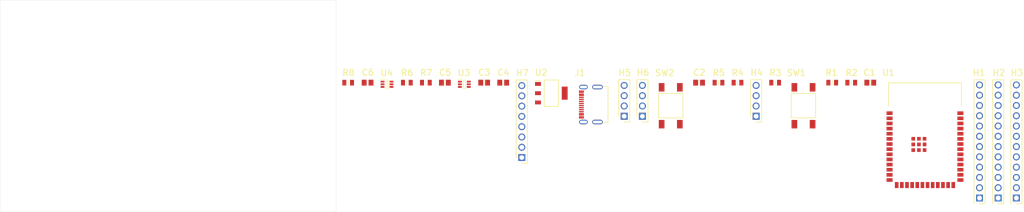
<source format=kicad_pcb>
(kicad_pcb (version 20240108) (generator "pcbnew") (generator_version "8.0")
  (layers (0 "F.Cu" signal "Top Layer") (31 "B.Cu" signal "Bottom Layer") (34 "B.Paste" user "Bottom Paste") (35 "F.Paste" user "Top Paste") (36 "B.SilkS" user "Bottom Overlay") (37 "F.SilkS" user "Top Overlay") (38 "B.Mask" user "Bottom Solder") (39 "F.Mask" user "Top Solder") (44 "Edge.Cuts" user))
  (property "SHEETTOTAL" "1")
  (net 0 "")
  (net 1 "NetH4_3")
  (net 2 "NetH4_2")
  (net 3 "NetC3_1")
  (net 4 "GPIO7")
  (net 5 "GPIO6")
  (net 6 "GPIO5")
  (net 7 "GPIO4")
  (net 8 "GPIO20")
  (net 9 "GPIO19")
  (net 10 "EXT_SUPP_EN")
  (net 11 "VCC_2")
  (net 12 "VCC_1")
  (net 13 "V_MCU")
  (net 14 "UPDI_TX")
  (net 15 "UPDI_RX")
  (net 16 "NetJ1_11")
  (net 17 "NetJ1_5")
  (net 18 "USB_SUPP_EN")
  (net 19 "MCU_EN")
  (net 20 "MCU_BOOT")
  (net 21 "GPIO48")
  (net 22 "GPIO47")
  (net 23 "GPIO46")
  (net 24 "GPIO45")
  (net 25 "GPIO42")
  (net 26 "GPIO41")
  (net 27 "GPIO40")
  (net 28 "GPIO39")
  (net 29 "GPIO38")
  (net 30 "GPIO37")
  (net 31 "GPIO36")
  (net 32 "GPIO35")
  (net 33 "GPIO21")
  (net 34 "USB_D_P")
  (net 35 "USB_D_N")
  (net 36 "GPIO18")
  (net 37 "GPIO17")
  (net 38 "GPIO16")
  (net 39 "GPIO15")
  (net 40 "GPIO14")
  (net 41 "GPIO13")
  (net 42 "GPIO12")
  (net 43 "GPIO11")
  (net 44 "GPIO10")
  (net 45 "GPIO9")
  (net 46 "GPIO8")
  (net 47 "GPIO3")
  (net 48 "GPIO2")
  (net 49 "GPIO1")
  (net 50 "GND")
  (net 51 "+3.3")
  (footprint "IEEE_Workshop_Footprints.PcbLib:CAP0805" (layer "F.Cu") (at 226.60081 99.25371)
    (property "Reference" "C3" (at 0.06309 -2.498598 0) (layer "F.SilkS") (effects (font (size 1.524 1.524) (thickness 0.254))))
    (property "Value" "100n" (hide yes))
    (fp_line (start 0 0.525) (end 0 -0.525) (stroke (width 0.2)) (layer "F.SilkS"))
    (pad "1" smd rect (at -0.85 0 90) (size 1.45 1.2) (layers "F.Cu" "F.Paste" "F.Mask") (net 3 "NetC3_1"))
    (pad "2" smd rect (at 0.85 0 90) (size 1.45 1.2) (layers "F.Cu" "F.Paste" "F.Mask") (net 50 "GND"))
  )
  (footprint "IEEE_Workshop_Footprints.PcbLib:CAP0805" (layer "F.Cu") (at 216.90083 99.25371)
    (property "Reference" "C5" (at 0.06309 -2.498598 0) (layer "F.SilkS") (effects (font (size 1.524 1.524) (thickness 0.254))))
    (property "Value" "100n" (hide yes))
    (fp_line (start 0 0.525) (end 0 -0.525) (stroke (width 0.2)) (layer "F.SilkS"))
    (pad "1" smd rect (at -0.85 0 90) (size 1.45 1.2) (layers "F.Cu" "F.Paste" "F.Mask") (net 51 "+3.3"))
    (pad "2" smd rect (at 0.85 0 90) (size 1.45 1.2) (layers "F.Cu" "F.Paste" "F.Mask") (net 50 "GND"))
  )
  (footprint "IEEE_Workshop_Footprints.PcbLib:Header_1X4" (layer "F.Cu") (at 293.80068 107.5537 90)
    (property "Reference" "H4" (at 10.778998 0.13929 0) (layer "F.SilkS") (effects (font (size 1.524 1.524) (thickness 0.254))))
    (property "Value" "4-Pin Header" (hide yes))
    (fp_line (start 9.04 -1.37) (end 9.04 1.37) (stroke (width 0.2)) (layer "F.SilkS"))
    (fp_line (start 0 -1.37) (end 9.04 -1.37) (stroke (width 0.2)) (layer "F.SilkS"))
    (fp_line (start -1.42 0) (end -1.42 1.37) (stroke (width 0.2)) (layer "F.SilkS"))
    (fp_line (start -1.42 1.37) (end 9.04 1.37) (stroke (width 0.2)) (layer "F.SilkS"))
    (pad "1" thru_hole rect (at 0 0 90) (size 1.725 1.725) (drill 1.15) (layers "*.Cu" "*.Mask") (net 51 "+3.3"))
    (pad "2" thru_hole circle (at 2.54 0 90) (size 1.725 1.725) (drill 1.15) (layers "*.Cu" "*.Mask") (net 2 "NetH4_2"))
    (pad "3" thru_hole circle (at 5.08 0 90) (size 1.725 1.725) (drill 1.15) (layers "*.Cu" "*.Mask") (net 1 "NetH4_3"))
    (pad "4" thru_hole circle (at 7.62 0 90) (size 1.725 1.725) (drill 1.15) (layers "*.Cu" "*.Mask") (net 50 "GND"))
  )
  (footprint "IEEE_Workshop_Footprints.PcbLib:CAP0805" (layer "F.Cu") (at 231.3008 99.25371)
    (property "Reference" "C4" (at 0.06309 -2.498598 0) (layer "F.SilkS") (effects (font (size 1.524 1.524) (thickness 0.254))))
    (property "Value" "100n" (hide yes))
    (fp_line (start 0 0.525) (end 0 -0.525) (stroke (width 0.2)) (layer "F.SilkS"))
    (pad "1" smd rect (at -0.85 0 90) (size 1.45 1.2) (layers "F.Cu" "F.Paste" "F.Mask") (net 18 "USB_SUPP_EN"))
    (pad "2" smd rect (at 0.85 0 90) (size 1.45 1.2) (layers "F.Cu" "F.Paste" "F.Mask") (net 50 "GND"))
  )
  (footprint "IEEE_Workshop_Footprints.PcbLib:RESC0805" (layer "F.Cu") (at 284.50069 99.25371)
    (property "Reference" "R5" (at 0.06309 -2.447798 0) (layer "F.SilkS") (effects (font (size 1.524 1.524) (thickness 0.254))))
    (property "Value" "0" (hide yes))
    (fp_line (start 0 0.525) (end 0 -0.525) (stroke (width 0.2)) (layer "F.SilkS"))
    (pad "1" smd rect (at -0.95 0 90) (size 1.4 1) (layers "F.Cu" "F.Paste" "F.Mask") (net 14 "UPDI_TX"))
    (pad "2" smd rect (at 0.95001 0 90) (size 1.4 1) (layers "F.Cu" "F.Paste" "F.Mask") (net 1 "NetH4_3"))
  )
  (footprint "IEEE_Workshop_Footprints.PcbLib:RESC0805" (layer "F.Cu") (at 317.30063 99.25371)
    (property "Reference" "R2" (at 0.06309 -2.447798 0) (layer "F.SilkS") (effects (font (size 1.524 1.524) (thickness 0.254))))
    (property "Value" "0" (hide yes))
    (fp_line (start 0 0.525) (end 0 -0.525) (stroke (width 0.2)) (layer "F.SilkS"))
    (pad "1" smd rect (at -0.95 0 90) (size 1.4 1) (layers "F.Cu" "F.Paste" "F.Mask") (net 8 "GPIO20"))
    (pad "2" smd rect (at 0.95 0 90) (size 1.4 1) (layers "F.Cu" "F.Paste" "F.Mask") (net 34 "USB_D_P"))
  )
  (footprint "IEEE_Workshop_Footprints.PcbLib:Header_1X8" (layer "F.Cu") (at 235.90079 117.75368 90)
    (property "Reference" "H7" (at 20.913598 0.13929 0) (layer "F.SilkS") (effects (font (size 1.524 1.524) (thickness 0.254))))
    (property "Value" "Header" (hide yes))
    (fp_line (start 19.177 -1.37) (end 19.177 1.37) (stroke (width 0.2)) (layer "F.SilkS"))
    (fp_line (start 0 -1.37) (end 19.177 -1.37) (stroke (width 0.2)) (layer "F.SilkS"))
    (fp_line (start -1.42 0) (end -1.42 1.37) (stroke (width 0.2)) (layer "F.SilkS"))
    (fp_line (start -1.42 1.37) (end 19.177 1.37) (stroke (width 0.2)) (layer "F.SilkS"))
    (pad "1" thru_hole rect (at 0 0 90) (size 1.725 1.725) (drill 1.15) (layers "*.Cu" "*.Mask") (net 50 "GND"))
    (pad "2" thru_hole circle (at 2.54 0 90) (size 1.725 1.725) (drill 1.15) (layers "*.Cu" "*.Mask") (net 12 "VCC_1"))
    (pad "3" thru_hole circle (at 5.08 0 90) (size 1.725 1.725) (drill 1.15) (layers "*.Cu" "*.Mask") (net 50 "GND"))
    (pad "4" thru_hole circle (at 7.62 0 90) (size 1.725 1.725) (drill 1.15) (layers "*.Cu" "*.Mask") (net 11 "VCC_2"))
    (pad "5" thru_hole circle (at 10.16 0 90) (size 1.725 1.725) (drill 1.15) (layers "*.Cu" "*.Mask") (net 50 "GND"))
    (pad "6" thru_hole circle (at 12.7 0 90) (size 1.725 1.725) (drill 1.15) (layers "*.Cu" "*.Mask") (net 50 "GND"))
    (pad "7" thru_hole circle (at 15.24 0 90) (size 1.725 1.725) (drill 1.15) (layers "*.Cu" "*.Mask") (net 13 "V_MCU"))
    (pad "8" thru_hole circle (at 17.78 0 90) (size 1.725 1.725) (drill 1.15) (layers "*.Cu" "*.Mask") (net 50 "GND"))
  )
  (footprint "IEEE_Workshop_Footprints.PcbLib:CAP0805" (layer "F.Cu") (at 197.80087 99.25371)
    (property "Reference" "C6" (at 0.06309 -2.498598 0) (layer "F.SilkS") (effects (font (size 1.524 1.524) (thickness 0.254))))
    (property "Value" "100n" (hide yes))
    (fp_line (start 0 0.525) (end 0 -0.525) (stroke (width 0.2)) (layer "F.SilkS"))
    (pad "1" smd rect (at -0.85 0 90) (size 1.45 1.2) (layers "F.Cu" "F.Paste" "F.Mask") (net 51 "+3.3"))
    (pad "2" smd rect (at 0.85 0 90) (size 1.45 1.2) (layers "F.Cu" "F.Paste" "F.Mask") (net 50 "GND"))
  )
  (footprint "IEEE_Workshop_Footprints.PcbLib:CAP0805" (layer "F.Cu") (at 322.00062 99.25371)
    (property "Reference" "C1" (at -0.19083 -2.498598 0) (layer "F.SilkS") (effects (font (size 1.524 1.524) (thickness 0.254))))
    (property "Value" "100n" (hide yes))
    (fp_line (start 0 0.525) (end 0 -0.525) (stroke (width 0.2)) (layer "F.SilkS"))
    (pad "1" smd rect (at -0.85 0 90) (size 1.45 1.2) (layers "F.Cu" "F.Paste" "F.Mask") (net 51 "+3.3"))
    (pad "2" smd rect (at 0.85 0 90) (size 1.45 1.2) (layers "F.Cu" "F.Paste" "F.Mask") (net 50 "GND"))
  )
  (footprint "IEEE_Workshop_Footprints.PcbLib:RESC0805" (layer "F.Cu") (at 207.50085 99.25371)
    (property "Reference" "R6" (at 0.06309 -2.447798 0) (layer "F.SilkS") (effects (font (size 1.524 1.524) (thickness 0.254))))
    (property "Value" "5.11k" (hide yes))
    (fp_line (start 0 0.525) (end 0 -0.525) (stroke (width 0.2)) (layer "F.SilkS"))
    (pad "1" smd rect (at -0.95 0 90) (size 1.4 1) (layers "F.Cu" "F.Paste" "F.Mask") (net 50 "GND"))
    (pad "2" smd rect (at 0.95 0 90) (size 1.4 1) (layers "F.Cu" "F.Paste" "F.Mask") (net 17 "NetJ1_5"))
  )
  (footprint "IEEE_Workshop_Footprints.PcbLib:Header_1X12" (layer "F.Cu") (at 353.60056 127.75366 90)
    (property "Reference" "H2" (at 30.946598 0.13929 0) (layer "F.SilkS") (effects (font (size 1.524 1.524) (thickness 0.254))))
    (property "Value" "Header" (hide yes))
    (fp_line (start 29.21 -1.37) (end -1.397 -1.37) (stroke (width 0.2)) (layer "F.SilkS"))
    (fp_line (start 29.21 -1.37) (end 29.21 -0.685) (stroke (width 0.2)) (layer "F.SilkS"))
    (fp_line (start 29.21 -0.685) (end 29.21 0.685) (stroke (width 0.2)) (layer "F.SilkS"))
    (fp_line (start -1.42 0) (end -1.42 1.37) (stroke (width 0.2)) (layer "F.SilkS"))
    (fp_line (start 29.21 0.685) (end 29.21 1.37) (stroke (width 0.2)) (layer "F.SilkS"))
    (fp_line (start 29.21 1.37) (end -1.397 1.37) (stroke (width 0.2)) (layer "F.SilkS"))
    (pad "1" thru_hole rect (at 0 0 90) (size 1.725 1.725) (drill 1.15) (layers "*.Cu" "*.Mask") (net 49 "GPIO1"))
    (pad "2" thru_hole circle (at 2.54 0 90) (size 1.725 1.725) (drill 1.15) (layers "*.Cu" "*.Mask") (net 48 "GPIO2"))
    (pad "3" thru_hole circle (at 5.08 0 90) (size 1.725 1.725) (drill 1.15) (layers "*.Cu" "*.Mask") (net 14 "UPDI_TX"))
    (pad "4" thru_hole circle (at 7.62 0 90) (size 1.725 1.725) (drill 1.15) (layers "*.Cu" "*.Mask") (net 15 "UPDI_RX"))
    (pad "5" thru_hole circle (at 10.16 0 90) (size 1.725 1.725) (drill 1.15) (layers "*.Cu" "*.Mask") (net 25 "GPIO42"))
    (pad "6" thru_hole circle (at 12.7 0 90) (size 1.725 1.725) (drill 1.15) (layers "*.Cu" "*.Mask") (net 26 "GPIO41"))
    (pad "7" thru_hole circle (at 15.24 0 90) (size 1.725 1.725) (drill 1.15) (layers "*.Cu" "*.Mask") (net 27 "GPIO40"))
    (pad "8" thru_hole circle (at 17.78 0 90) (size 1.725 1.725) (drill 1.15) (layers "*.Cu" "*.Mask") (net 28 "GPIO39"))
    (pad "9" thru_hole circle (at 20.32 0 90) (size 1.725 1.725) (drill 1.15) (layers "*.Cu" "*.Mask") (net 29 "GPIO38"))
    (pad "10" thru_hole circle (at 22.86 0 90) (size 1.725 1.725) (drill 1.15) (layers "*.Cu" "*.Mask") (net 30 "GPIO37"))
    (pad "11" thru_hole circle (at 25.4 0 90) (size 1.725 1.725) (drill 1.15) (layers "*.Cu" "*.Mask") (net 31 "GPIO36"))
    (pad "12" thru_hole circle (at 27.94 0 90) (size 1.725 1.725) (drill 1.15) (layers "*.Cu" "*.Mask") (net 32 "GPIO35"))
  )
  (footprint "IEEE_Workshop_Footprints.PcbLib:RESC0805" (layer "F.Cu") (at 312.60064 99.25371)
    (property "Reference" "R1" (at -0.19083 -2.447798 0) (layer "F.SilkS") (effects (font (size 1.524 1.524) (thickness 0.254))))
    (property "Value" "0" (hide yes))
    (fp_line (start 0 0.525) (end 0 -0.525) (stroke (width 0.2)) (layer "F.SilkS"))
    (pad "1" smd rect (at -0.95 0 90) (size 1.4 1) (layers "F.Cu" "F.Paste" "F.Mask") (net 9 "GPIO19"))
    (pad "2" smd rect (at 0.95 0 90) (size 1.4 1) (layers "F.Cu" "F.Paste" "F.Mask") (net 35 "USB_D_N"))
  )
  (footprint "IEEE_Workshop_Footprints.PcbLib:RESC0805" (layer "F.Cu") (at 193.00088 99.25371)
    (property "Reference" "R8" (at 0.06309 -2.447798 0) (layer "F.SilkS") (effects (font (size 1.524 1.524) (thickness 0.254))))
    (property "Value" "10k" (hide yes))
    (fp_line (start 0 0.525) (end 0 -0.525) (stroke (width 0.2)) (layer "F.SilkS"))
    (pad "1" smd rect (at -0.95 0 90) (size 1.4 1) (layers "F.Cu" "F.Paste" "F.Mask") (net 10 "EXT_SUPP_EN"))
    (pad "2" smd rect (at 0.95 0 90) (size 1.4 1) (layers "F.Cu" "F.Paste" "F.Mask") (net 13 "V_MCU"))
  )
  (footprint "IEEE_Workshop_Footprints.PcbLib:CAP0805" (layer "F.Cu") (at 279.7007 99.25371)
    (property "Reference" "C2" (at 0.06309 -2.498598 0) (layer "F.SilkS") (effects (font (size 1.524 1.524) (thickness 0.254))))
    (property "Value" "1u" (hide yes))
    (fp_line (start 0 0.525) (end 0 -0.525) (stroke (width 0.2)) (layer "F.SilkS"))
    (pad "1" smd rect (at -0.85 0 90) (size 1.45 1.2) (layers "F.Cu" "F.Paste" "F.Mask") (net 19 "MCU_EN"))
    (pad "2" smd rect (at 0.85001 0 90) (size 1.45 1.2) (layers "F.Cu" "F.Paste" "F.Mask") (net 50 "GND"))
  )
  (footprint "IEEE_Workshop_Footprints.PcbLib:RESC0805" (layer "F.Cu") (at 212.20084 99.25371)
    (property "Reference" "R7" (at 0.06309 -2.447798 0) (layer "F.SilkS") (effects (font (size 1.524 1.524) (thickness 0.254))))
    (property "Value" "5.11k" (hide yes))
    (fp_line (start 0 0.525) (end 0 -0.525) (stroke (width 0.2)) (layer "F.SilkS"))
    (pad "1" smd rect (at -0.95 0 90) (size 1.4 1) (layers "F.Cu" "F.Paste" "F.Mask") (net 50 "GND"))
    (pad "2" smd rect (at 0.95 0 90) (size 1.4 1) (layers "F.Cu" "F.Paste" "F.Mask") (net 16 "NetJ1_11"))
  )
  (footprint "IEEE_Workshop_Footprints.PcbLib:USB TYPE C 12 PIN" (layer "F.Cu") (at 253.80076 104.6537 90)
    (property "Reference" "J1" (at 7.832598 -3.54363 0) (layer "F.SilkS") (effects (font (size 1.524 1.524) (thickness 0.254))))
    (property "Value" "USB C" (hide yes))
    (fp_line (start 4.47 2.2) (end 4.47 3.4) (stroke (width 0.2)) (layer "F.SilkS"))
    (fp_line (start -4.47 2.2) (end -4.47 3.4) (stroke (width 0.2)) (layer "F.SilkS"))
    (fp_line (start -4.47 3.4) (end 4.47 3.4) (stroke (width 0.2)) (layer "F.SilkS"))
    (fp_arc (start -3.556 -4.318) (mid -3.506 -4.268) (end -3.556 -4.218) (stroke (width 0.1)) (layer "F.SilkS"))
    (fp_arc (start -3.556 -4.218) (mid -3.606 -4.268) (end -3.556 -4.318) (stroke (width 0.1)) (layer "F.SilkS"))
    (pad "1" thru_hole oval (at -4.32 0.8 180) (size 2.6 1.1) (drill oval 2.2 0.6) (layers "*.Cu" "*.Mask") (net 50 "GND"))
    (pad "2" thru_hole oval (at -4.318 -2.667 180) (size 2.1 1.1) (drill oval 1.7 0.6) (layers "*.Cu" "*.Mask") (net 50 "GND"))
    (pad "3" smd rect (at 3.175 -3.175 180) (size 1.2 0.6) (layers "F.Cu" "F.Paste" "F.Mask") (net 50 "GND"))
    (pad "4" smd rect (at 2.413 -3.175 180) (size 1.2 0.6) (layers "F.Cu" "F.Paste" "F.Mask") (net 3 "NetC3_1"))
    (pad "5" smd rect (at 1.778 -3.175 180) (size 1.2 0.3) (layers "F.Cu" "F.Paste" "F.Mask") (net 17 "NetJ1_5"))
    (pad "6" smd rect (at 1.27 -3.175 180) (size 1.2 0.3) (layers "F.Cu" "F.Paste" "F.Mask"))
    (pad "7" smd rect (at 0.762 -3.175 180) (size 1.2 0.3) (layers "F.Cu" "F.Paste" "F.Mask") (net 34 "USB_D_P"))
    (pad "8" smd rect (at 0.254 -3.175 180) (size 1.2 0.3) (layers "F.Cu" "F.Paste" "F.Mask") (net 35 "USB_D_N"))
    (pad "9" smd rect (at -0.254 -3.175 180) (size 1.2 0.3) (layers "F.Cu" "F.Paste" "F.Mask") (net 34 "USB_D_P"))
    (pad "10" smd rect (at -0.762 -3.175 180) (size 1.2 0.3) (layers "F.Cu" "F.Paste" "F.Mask") (net 35 "USB_D_N"))
    (pad "11" smd rect (at -1.27 -3.175 180) (size 1.2 0.3) (layers "F.Cu" "F.Paste" "F.Mask") (net 16 "NetJ1_11"))
    (pad "12" smd rect (at -1.778 -3.175 180) (size 1.2 0.3) (layers "F.Cu" "F.Paste" "F.Mask"))
    (pad "13" smd rect (at -2.413 -3.175 180) (size 1.2 0.6) (layers "F.Cu" "F.Paste" "F.Mask") (net 3 "NetC3_1"))
    (pad "14" smd rect (at -3.175 -3.175 180) (size 1.2 0.6) (layers "F.Cu" "F.Paste" "F.Mask") (net 50 "GND"))
    (pad "15" thru_hole oval (at 4.318 -2.667 180) (size 2.1 1.1) (drill oval 1.7 0.6) (layers "*.Cu" "*.Mask") (net 50 "GND"))
    (pad "16" thru_hole oval (at 4.32 0.8 180) (size 2.6 1.1) (drill oval 2.2 0.6) (layers "*.Cu" "*.Mask") (net 50 "GND"))
  )
  (footprint "IEEE_Workshop_Footprints.PcbLib:RESC0805" (layer "F.Cu") (at 289.20069 99.25371)
    (property "Reference" "R4" (at 0.06309 -2.447798 0) (layer "F.SilkS") (effects (font (size 1.524 1.524) (thickness 0.254))))
    (property "Value" "0" (hide yes))
    (fp_line (start 0 0.525) (end 0 -0.525) (stroke (width 0.2)) (layer "F.SilkS"))
    (pad "1" smd rect (at -0.95001 0 90) (size 1.4 1) (layers "F.Cu" "F.Paste" "F.Mask") (net 15 "UPDI_RX"))
    (pad "2" smd rect (at 0.95 0 90) (size 1.4 1) (layers "F.Cu" "F.Paste" "F.Mask") (net 2 "NetH4_2"))
  )
  (footprint "IEEE_Workshop_Footprints.PcbLib:SC70-6" (layer "F.Cu") (at 221.70082 99.65371)
    (property "Reference" "U3" (at -0.06391 -2.828798 0) (layer "F.SilkS") (effects (font (size 1.524 1.524) (thickness 0.254))))
    (property "Value" "LM66100DCKR" (hide yes))
    (fp_line (start -1.575 -1.225) (end -0.625 -1.225) (stroke (width 0.2)) (layer "F.SilkS"))
    (fp_line (start -0.275 -1) (end 0.275 -1) (stroke (width 0.2)) (layer "F.SilkS"))
    (fp_line (start -0.275 1) (end -0.275 -1) (stroke (width 0.2)) (layer "F.SilkS"))
    (fp_line (start -0.275 1) (end 0.275 1) (stroke (width 0.2)) (layer "F.SilkS"))
    (fp_line (start 0.275 1) (end 0.275 -1) (stroke (width 0.2)) (layer "F.SilkS"))
    (pad "1" smd rect (at -1.1 -0.65) (size 0.95 0.45) (layers "F.Cu" "F.Paste" "F.Mask") (net 13 "V_MCU"))
    (pad "2" smd rect (at -1.1 0) (size 0.95 0.45) (layers "F.Cu" "F.Paste" "F.Mask") (net 50 "GND"))
    (pad "3" smd rect (at -1.1 0.65) (size 0.95 0.45) (layers "F.Cu" "F.Paste" "F.Mask") (net 18 "USB_SUPP_EN"))
    (pad "4" smd rect (at 1.1 0.65) (size 0.95 0.45) (layers "F.Cu" "F.Paste" "F.Mask"))
    (pad "5" smd rect (at 1.1 0) (size 0.95 0.45) (layers "F.Cu" "F.Paste" "F.Mask") (net 10 "EXT_SUPP_EN"))
    (pad "6" smd rect (at 1.1 -0.65) (size 0.95 0.45) (layers "F.Cu" "F.Paste" "F.Mask") (net 51 "+3.3"))
  )
  (footprint "IEEE_Workshop_Footprints.PcbLib:Tactile Button 6.0mm x 6.0mm" (layer "F.Cu") (at 272.70072 104.9537 90)
    (property "Reference" "SW2" (at 8.111998 -1.511955 0) (layer "F.SilkS") (effects (font (size 1.524 1.524) (thickness 0.254))))
    (property "Value" "TS04-66-73-BK-100-SMT" (hide yes))
    (fp_line (start 3 -3) (end 3 3) (stroke (width 0.2)) (layer "F.SilkS"))
    (fp_line (start -3 -3) (end 3 -3) (stroke (width 0.2)) (layer "F.SilkS"))
    (fp_line (start -3 -3) (end -3 3) (stroke (width 0.2)) (layer "F.SilkS"))
    (fp_line (start -3 3) (end 3 3) (stroke (width 0.2)) (layer "F.SilkS"))
    (fp_arc (start -6.1 -2.25) (mid -6.15 -2.2) (end -6.2 -2.25) (stroke (width 0.1)) (layer "F.SilkS"))
    (fp_arc (start -6.2 -2.25) (mid -6.15 -2.3) (end -6.1 -2.25) (stroke (width 0.1)) (layer "F.SilkS"))
    (pad "1" smd rect (at -4.55 -2.25 90) (size 2.1 1.4) (layers "F.Cu" "F.Paste" "F.Mask") (net 50 "GND"))
    (pad "2" smd rect (at 4.55 -2.25 90) (size 2.1 1.4) (layers "F.Cu" "F.Paste" "F.Mask") (net 50 "GND"))
    (pad "3" smd rect (at -4.55 2.25 90) (size 2.1 1.4) (layers "F.Cu" "F.Paste" "F.Mask") (net 20 "MCU_BOOT"))
    (pad "4" smd rect (at 4.55 2.25 90) (size 2.1 1.4) (layers "F.Cu" "F.Paste" "F.Mask") (net 20 "MCU_BOOT"))
  )
  (footprint "IEEE_Workshop_Footprints.PcbLib:Header_1X4" (layer "F.Cu") (at 261.20074 107.5537 90)
    (property "Reference" "H5" (at 10.778998 0.13929 0) (layer "F.SilkS") (effects (font (size 1.524 1.524) (thickness 0.254))))
    (property "Value" "4-Pin Header" (hide yes))
    (fp_line (start 9.04 -1.37) (end 9.04 1.37) (stroke (width 0.2)) (layer "F.SilkS"))
    (fp_line (start 0 -1.37) (end 9.04 -1.37) (stroke (width 0.2)) (layer "F.SilkS"))
    (fp_line (start -1.42 0) (end -1.42 1.37) (stroke (width 0.2)) (layer "F.SilkS"))
    (fp_line (start -1.42 1.37) (end 9.04 1.37) (stroke (width 0.2)) (layer "F.SilkS"))
    (pad "1" thru_hole rect (at 0 0 90) (size 1.725 1.725) (drill 1.15) (layers "*.Cu" "*.Mask") (net 51 "+3.3"))
    (pad "2" thru_hole circle (at 2.54 0 90) (size 1.725 1.725) (drill 1.15) (layers "*.Cu" "*.Mask") (net 51 "+3.3"))
    (pad "3" thru_hole circle (at 5.08 0 90) (size 1.725 1.725) (drill 1.15) (layers "*.Cu" "*.Mask") (net 51 "+3.3"))
    (pad "4" thru_hole circle (at 7.62 0 90) (size 1.725 1.725) (drill 1.15) (layers "*.Cu" "*.Mask") (net 51 "+3.3"))
  )
  (footprint "IEEE_Workshop_Footprints.PcbLib:RESC0805" (layer "F.Cu") (at 298.50067 99.25371)
    (property "Reference" "R3" (at 0.06309 -2.447798 0) (layer "F.SilkS") (effects (font (size 1.524 1.524) (thickness 0.254))))
    (property "Value" "10k" (hide yes))
    (fp_line (start 0 0.525) (end 0 -0.525) (stroke (width 0.2)) (layer "F.SilkS"))
    (pad "1" smd rect (at -0.95 0 90) (size 1.4 1) (layers "F.Cu" "F.Paste" "F.Mask") (net 51 "+3.3"))
    (pad "2" smd rect (at 0.95 0 90) (size 1.4 1) (layers "F.Cu" "F.Paste" "F.Mask") (net 19 "MCU_EN"))
  )
  (footprint "IEEE_Workshop_Footprints.PcbLib:Header_1X12" (layer "F.Cu") (at 358.10055 127.75366 90)
    (property "Reference" "H3" (at 30.946598 0.13929 0) (layer "F.SilkS") (effects (font (size 1.524 1.524) (thickness 0.254))))
    (property "Value" "Header" (hide yes))
    (fp_line (start 29.21 -1.37) (end -1.397 -1.37) (stroke (width 0.2)) (layer "F.SilkS"))
    (fp_line (start 29.21 -1.37) (end 29.21 -0.685) (stroke (width 0.2)) (layer "F.SilkS"))
    (fp_line (start 29.21 -0.685) (end 29.21 0.685) (stroke (width 0.2)) (layer "F.SilkS"))
    (fp_line (start -1.42 0) (end -1.42 1.37) (stroke (width 0.2)) (layer "F.SilkS"))
    (fp_line (start 29.21 0.685) (end 29.21 1.37) (stroke (width 0.2)) (layer "F.SilkS"))
    (fp_line (start 29.21 1.37) (end -1.397 1.37) (stroke (width 0.2)) (layer "F.SilkS"))
    (pad "1" thru_hole rect (at 0 0 90) (size 1.725 1.725) (drill 1.15) (layers "*.Cu" "*.Mask") (net 47 "GPIO3"))
    (pad "2" thru_hole circle (at 2.54 0 90) (size 1.725 1.725) (drill 1.15) (layers "*.Cu" "*.Mask") (net 23 "GPIO46"))
    (pad "3" thru_hole circle (at 5.08 0 90) (size 1.725 1.725) (drill 1.15) (layers "*.Cu" "*.Mask") (net 45 "GPIO9"))
    (pad "4" thru_hole circle (at 7.62 0 90) (size 1.725 1.725) (drill 1.15) (layers "*.Cu" "*.Mask") (net 44 "GPIO10"))
    (pad "5" thru_hole circle (at 10.16 0 90) (size 1.725 1.725) (drill 1.15) (layers "*.Cu" "*.Mask") (net 43 "GPIO11"))
    (pad "6" thru_hole circle (at 12.7 0 90) (size 1.725 1.725) (drill 1.15) (layers "*.Cu" "*.Mask") (net 42 "GPIO12"))
    (pad "7" thru_hole circle (at 15.24 0 90) (size 1.725 1.725) (drill 1.15) (layers "*.Cu" "*.Mask") (net 41 "GPIO13"))
    (pad "8" thru_hole circle (at 17.78 0 90) (size 1.725 1.725) (drill 1.15) (layers "*.Cu" "*.Mask") (net 40 "GPIO14"))
    (pad "9" thru_hole circle (at 20.32 0 90) (size 1.725 1.725) (drill 1.15) (layers "*.Cu" "*.Mask") (net 33 "GPIO21"))
    (pad "10" thru_hole circle (at 22.86 0 90) (size 1.725 1.725) (drill 1.15) (layers "*.Cu" "*.Mask") (net 22 "GPIO47"))
    (pad "11" thru_hole circle (at 25.4 0 90) (size 1.725 1.725) (drill 1.15) (layers "*.Cu" "*.Mask") (net 21 "GPIO48"))
    (pad "12" thru_hole circle (at 27.94 0 90) (size 1.725 1.725) (drill 1.15) (layers "*.Cu" "*.Mask") (net 24 "GPIO45"))
  )
  (footprint "IEEE_Workshop_Footprints.PcbLib:SOT223" (layer "F.Cu") (at 243.20078 101.85371)
    (property "Reference" "U2" (at -2.52771 -5.089398 0) (layer "F.SilkS") (effects (font (size 1.524 1.524) (thickness 0.254))))
    (property "Value" "AZ1117CH2-3.3TRG1" (hide yes))
    (fp_line (start -4.025 -3.115) (end -2.575 -3.115) (stroke (width 0.2)) (layer "F.SilkS"))
    (fp_line (start -1.752 -3.252) (end 1.752 -3.252) (stroke (width 0.2)) (layer "F.SilkS"))
    (fp_line (start -1.752 3.252) (end -1.752 -3.252) (stroke (width 0.2)) (layer "F.SilkS"))
    (fp_line (start -1.752 3.252) (end 1.752 3.252) (stroke (width 0.2)) (layer "F.SilkS"))
    (fp_line (start 1.752 3.252) (end 1.752 -3.252) (stroke (width 0.2)) (layer "F.SilkS"))
    (pad "1" smd rect (at -3.3 -2.29) (size 1.45 0.95) (layers "F.Cu" "F.Paste" "F.Mask") (net 3 "NetC3_1"))
    (pad "2" smd rect (at -3.3 0) (size 1.45 0.95) (layers "F.Cu" "F.Paste" "F.Mask") (net 50 "GND"))
    (pad "3" smd rect (at -3.3 2.29) (size 1.45 0.95) (layers "F.Cu" "F.Paste" "F.Mask") (net 18 "USB_SUPP_EN"))
    (pad "4" smd rect (at 3.3 0 90) (size 3.25 1.45) (layers "F.Cu" "F.Paste" "F.Mask") (net 50 "GND"))
  )
  (footprint "IEEE_Workshop_Footprints.PcbLib:Header_1X4" (layer "F.Cu") (at 265.70073 107.5537 90)
    (property "Reference" "H6" (at 10.778998 0.13929 0) (layer "F.SilkS") (effects (font (size 1.524 1.524) (thickness 0.254))))
    (property "Value" "4-Pin Header" (hide yes))
    (fp_line (start 9.04 -1.37) (end 9.04 1.37) (stroke (width 0.2)) (layer "F.SilkS"))
    (fp_line (start 0 -1.37) (end 9.04 -1.37) (stroke (width 0.2)) (layer "F.SilkS"))
    (fp_line (start -1.42 0) (end -1.42 1.37) (stroke (width 0.2)) (layer "F.SilkS"))
    (fp_line (start -1.42 1.37) (end 9.04 1.37) (stroke (width 0.2)) (layer "F.SilkS"))
    (pad "1" thru_hole rect (at 0 0 90) (size 1.725 1.725) (drill 1.15) (layers "*.Cu" "*.Mask") (net 50 "GND"))
    (pad "2" thru_hole circle (at 2.54 0 90) (size 1.725 1.725) (drill 1.15) (layers "*.Cu" "*.Mask") (net 50 "GND"))
    (pad "3" thru_hole circle (at 5.08 0 90) (size 1.725 1.725) (drill 1.15) (layers "*.Cu" "*.Mask") (net 50 "GND"))
    (pad "4" thru_hole circle (at 7.62 0 90) (size 1.725 1.725) (drill 1.15) (layers "*.Cu" "*.Mask") (net 50 "GND"))
  )
  (footprint "IEEE_Workshop_Footprints.PcbLib:SC70-6" (layer "F.Cu") (at 202.60086 99.65371)
    (property "Reference" "U4" (at -0.06391 -2.828798 0) (layer "F.SilkS") (effects (font (size 1.524 1.524) (thickness 0.254))))
    (property "Value" "LM66100DCKR" (hide yes))
    (fp_line (start -1.575 -1.225) (end -0.625 -1.225) (stroke (width 0.2)) (layer "F.SilkS"))
    (fp_line (start -0.275 -1) (end 0.275 -1) (stroke (width 0.2)) (layer "F.SilkS"))
    (fp_line (start -0.275 1) (end -0.275 -1) (stroke (width 0.2)) (layer "F.SilkS"))
    (fp_line (start -0.275 1) (end 0.275 1) (stroke (width 0.2)) (layer "F.SilkS"))
    (fp_line (start 0.275 1) (end 0.275 -1) (stroke (width 0.2)) (layer "F.SilkS"))
    (pad "1" smd rect (at -1.1 -0.65) (size 0.95 0.45) (layers "F.Cu" "F.Paste" "F.Mask") (net 18 "USB_SUPP_EN"))
    (pad "2" smd rect (at -1.1 0) (size 0.95 0.45) (layers "F.Cu" "F.Paste" "F.Mask") (net 50 "GND"))
    (pad "3" smd rect (at -1.1 0.65) (size 0.95 0.45) (layers "F.Cu" "F.Paste" "F.Mask") (net 10 "EXT_SUPP_EN"))
    (pad "4" smd rect (at 1.1 0.65) (size 0.95 0.45) (layers "F.Cu" "F.Paste" "F.Mask"))
    (pad "5" smd rect (at 1.1 0) (size 0.95 0.45) (layers "F.Cu" "F.Paste" "F.Mask") (net 50 "GND"))
    (pad "6" smd rect (at 1.1 -0.65) (size 0.95 0.45) (layers "F.Cu" "F.Paste" "F.Mask") (net 51 "+3.3"))
  )
  (footprint "IEEE_Workshop_Footprints.PcbLib:ESP32-S3-WROOM-1-N8" (layer "F.Cu") (at 335.90059 112.05369)
    (property "Reference" "U1" (at -9.41103 -15.274798 0) (layer "F.SilkS") (effects (font (size 1.524 1.524) (thickness 0.254))))
    (property "Value" "ESP32-S3-WROOM-1-N8" (hide yes))
    (fp_line (start -9.381 -12.75) (end 8.619 -12.75) (stroke (width 0.2)) (layer "F.SilkS"))
    (fp_line (start -9.381 -7) (end -9.381 -12.75) (stroke (width 0.2)) (layer "F.SilkS"))
    (fp_line (start 8.619 -7) (end 8.619 -12.75) (stroke (width 0.2)) (layer "F.SilkS"))
    (fp_arc (start -10.481 -5.4) (mid -10.431 -5.45) (end -10.381 -5.4) (stroke (width 0.1)) (layer "F.SilkS"))
    (fp_arc (start -10.381 -5.4) (mid -10.431 -5.35) (end -10.481 -5.4) (stroke (width 0.1)) (layer "F.SilkS"))
    (pad "1" smd rect (at -9.131 -5.26) (size 1.5 0.9) (layers "F.Cu" "F.Paste" "F.Mask") (net 50 "GND"))
    (pad "2" smd rect (at -9.131 -3.99) (size 1.5 0.9) (layers "F.Cu" "F.Paste" "F.Mask") (net 51 "+3.3"))
    (pad "3" smd rect (at -9.131 -2.72) (size 1.5 0.9) (layers "F.Cu" "F.Paste" "F.Mask") (net 19 "MCU_EN"))
    (pad "4" smd rect (at -9.131 -1.45) (size 1.5 0.9) (layers "F.Cu" "F.Paste" "F.Mask") (net 7 "GPIO4"))
    (pad "5" smd rect (at -9.131 -0.18) (size 1.5 0.9) (layers "F.Cu" "F.Paste" "F.Mask") (net 6 "GPIO5"))
    (pad "6" smd rect (at -9.131 1.09) (size 1.5 0.9) (layers "F.Cu" "F.Paste" "F.Mask") (net 5 "GPIO6"))
    (pad "7" smd rect (at -9.131 2.36) (size 1.5 0.9) (layers "F.Cu" "F.Paste" "F.Mask") (net 4 "GPIO7"))
    (pad "8" smd rect (at -9.131 3.63) (size 1.5 0.9) (layers "F.Cu" "F.Paste" "F.Mask") (net 39 "GPIO15"))
    (pad "9" smd rect (at -9.131 4.9) (size 1.5 0.9) (layers "F.Cu" "F.Paste" "F.Mask") (net 38 "GPIO16"))
    (pad "10" smd rect (at -9.131 6.17) (size 1.5 0.9) (layers "F.Cu" "F.Paste" "F.Mask") (net 37 "GPIO17"))
    (pad "11" smd rect (at -9.131 7.44) (size 1.5 0.9) (layers "F.Cu" "F.Paste" "F.Mask") (net 36 "GPIO18"))
    (pad "12" smd rect (at -9.131 8.71) (size 1.5 0.9) (layers "F.Cu" "F.Paste" "F.Mask") (net 46 "GPIO8"))
    (pad "13" smd rect (at -9.131 9.98) (size 1.5 0.9) (layers "F.Cu" "F.Paste" "F.Mask") (net 35 "USB_D_N"))
    (pad "14" smd rect (at -9.131 11.25) (size 1.5 0.9) (layers "F.Cu" "F.Paste" "F.Mask") (net 34 "USB_D_P"))
    (pad "15" smd rect (at -7.366 12.5 90) (size 1.5 0.9) (layers "F.Cu" "F.Paste" "F.Mask") (net 47 "GPIO3"))
    (pad "16" smd rect (at -6.096 12.5 90) (size 1.5 0.9) (layers "F.Cu" "F.Paste" "F.Mask") (net 23 "GPIO46"))
    (pad "17" smd rect (at -4.826 12.5 90) (size 1.5 0.9) (layers "F.Cu" "F.Paste" "F.Mask") (net 45 "GPIO9"))
    (pad "18" smd rect (at -3.556 12.5 90) (size 1.5 0.9) (layers "F.Cu" "F.Paste" "F.Mask") (net 44 "GPIO10"))
    (pad "19" smd rect (at -2.286 12.5 90) (size 1.5 0.9) (layers "F.Cu" "F.Paste" "F.Mask") (net 43 "GPIO11"))
    (pad "20" smd rect (at -1.016 12.5 90) (size 1.5 0.9) (layers "F.Cu" "F.Paste" "F.Mask") (net 42 "GPIO12"))
    (pad "21" smd rect (at 0.254 12.5 90) (size 1.5 0.9) (layers "F.Cu" "F.Paste" "F.Mask") (net 41 "GPIO13"))
    (pad "22" smd rect (at 1.524 12.5 90) (size 1.5 0.9) (layers "F.Cu" "F.Paste" "F.Mask") (net 40 "GPIO14"))
    (pad "23" smd rect (at 2.794 12.5 90) (size 1.5 0.9) (layers "F.Cu" "F.Paste" "F.Mask") (net 33 "GPIO21"))
    (pad "24" smd rect (at 4.064 12.5 90) (size 1.5 0.9) (layers "F.Cu" "F.Paste" "F.Mask") (net 22 "GPIO47"))
    (pad "25" smd rect (at 5.334 12.5 90) (size 1.5 0.9) (layers "F.Cu" "F.Paste" "F.Mask") (net 21 "GPIO48"))
    (pad "26" smd rect (at 6.604 12.5 90) (size 1.5 0.9) (layers "F.Cu" "F.Paste" "F.Mask") (net 24 "GPIO45"))
    (pad "27" smd rect (at 8.369 11.25) (size 1.5 0.9) (layers "F.Cu" "F.Paste" "F.Mask") (net 20 "MCU_BOOT"))
    (pad "28" smd rect (at 8.369 9.98) (size 1.5 0.9) (layers "F.Cu" "F.Paste" "F.Mask") (net 32 "GPIO35"))
    (pad "29" smd rect (at 8.369 8.71) (size 1.5 0.9) (layers "F.Cu" "F.Paste" "F.Mask") (net 31 "GPIO36"))
    (pad "30" smd rect (at 8.369 7.44) (size 1.5 0.9) (layers "F.Cu" "F.Paste" "F.Mask") (net 30 "GPIO37"))
    (pad "31" smd rect (at 8.369 6.17) (size 1.5 0.9) (layers "F.Cu" "F.Paste" "F.Mask") (net 29 "GPIO38"))
    (pad "32" smd rect (at 8.369 4.9) (size 1.5 0.9) (layers "F.Cu" "F.Paste" "F.Mask") (net 28 "GPIO39"))
    (pad "33" smd rect (at 8.369 3.63) (size 1.5 0.9) (layers "F.Cu" "F.Paste" "F.Mask") (net 27 "GPIO40"))
    (pad "34" smd rect (at 8.369 2.36) (size 1.5 0.9) (layers "F.Cu" "F.Paste" "F.Mask") (net 26 "GPIO41"))
    (pad "35" smd rect (at 8.369 1.09) (size 1.5 0.9) (layers "F.Cu" "F.Paste" "F.Mask") (net 25 "GPIO42"))
    (pad "36" smd rect (at 8.369 -0.18) (size 1.5 0.9) (layers "F.Cu" "F.Paste" "F.Mask") (net 15 "UPDI_RX"))
    (pad "37" smd rect (at 8.369 -1.45) (size 1.5 0.9) (layers "F.Cu" "F.Paste" "F.Mask") (net 14 "UPDI_TX"))
    (pad "38" smd rect (at 8.369 -2.72) (size 1.5 0.9) (layers "F.Cu" "F.Paste" "F.Mask") (net 48 "GPIO2"))
    (pad "39" smd rect (at 8.369 -3.99) (size 1.5 0.9) (layers "F.Cu" "F.Paste" "F.Mask") (net 49 "GPIO1"))
    (pad "40" smd rect (at 8.369 -5.26) (size 1.5 0.9) (layers "F.Cu" "F.Paste" "F.Mask") (net 50 "GND"))
    (pad "41" smd rect (at -1.881 2.46 90) (size 0.9 0.9) (layers "F.Cu" "F.Paste" "F.Mask") (net 50 "GND"))
    (pad "42" smd rect (at -1.881 1.06 90) (size 0.9 0.9) (layers "F.Cu" "F.Paste" "F.Mask") (net 50 "GND"))
    (pad "43" smd rect (at -3.281 1.06 90) (size 0.9 0.9) (layers "F.Cu" "F.Paste" "F.Mask") (net 50 "GND"))
    (pad "44" smd rect (at -3.281 2.46 90) (size 0.9 0.9) (layers "F.Cu" "F.Paste" "F.Mask") (net 50 "GND"))
    (pad "45" smd rect (at -3.281 3.86 90) (size 0.9 0.9) (layers "F.Cu" "F.Paste" "F.Mask") (net 50 "GND"))
    (pad "46" smd rect (at -1.881 3.86 90) (size 0.9 0.9) (layers "F.Cu" "F.Paste" "F.Mask") (net 50 "GND"))
    (pad "47" smd rect (at -0.481 3.86 90) (size 0.9 0.9) (layers "F.Cu" "F.Paste" "F.Mask") (net 50 "GND"))
    (pad "48" smd rect (at -0.481 2.46 90) (size 0.9 0.9) (layers "F.Cu" "F.Paste" "F.Mask") (net 50 "GND"))
    (pad "49" smd rect (at -0.481 1.06 90) (size 0.9 0.9) (layers "F.Cu" "F.Paste" "F.Mask") (net 50 "GND"))
  )
  (footprint "IEEE_Workshop_Footprints.PcbLib:Tactile Button 6.0mm x 6.0mm" (layer "F.Cu") (at 305.50065 104.9537 90)
    (property "Reference" "SW1" (at 8.111998 -1.765875 0) (layer "F.SilkS") (effects (font (size 1.524 1.524) (thickness 0.254))))
    (property "Value" "TS04-66-73-BK-100-SMT" (hide yes))
    (fp_line (start 3 -3) (end 3 3) (stroke (width 0.2)) (layer "F.SilkS"))
    (fp_line (start -3 -3) (end 3 -3) (stroke (width 0.2)) (layer "F.SilkS"))
    (fp_line (start -3 -3) (end -3 3) (stroke (width 0.2)) (layer "F.SilkS"))
    (fp_line (start -3 3) (end 3 3) (stroke (width 0.2)) (layer "F.SilkS"))
    (fp_arc (start -6.1 -2.25) (mid -6.15 -2.2) (end -6.2 -2.25) (stroke (width 0.1)) (layer "F.SilkS"))
    (fp_arc (start -6.2 -2.25) (mid -6.15 -2.3) (end -6.1 -2.25) (stroke (width 0.1)) (layer "F.SilkS"))
    (pad "1" smd rect (at -4.55 -2.25 90) (size 2.1 1.4) (layers "F.Cu" "F.Paste" "F.Mask") (net 50 "GND"))
    (pad "2" smd rect (at 4.55 -2.25 90) (size 2.1 1.4) (layers "F.Cu" "F.Paste" "F.Mask") (net 50 "GND"))
    (pad "3" smd rect (at -4.55 2.25 90) (size 2.1 1.4) (layers "F.Cu" "F.Paste" "F.Mask") (net 19 "MCU_EN"))
    (pad "4" smd rect (at 4.55 2.25 90) (size 2.1 1.4) (layers "F.Cu" "F.Paste" "F.Mask") (net 19 "MCU_EN"))
  )
  (footprint "IEEE_Workshop_Footprints.PcbLib:Header_1X12" (layer "F.Cu") (at 349.00057 127.75366 90)
    (property "Reference" "H1" (at 30.946598 -0.11463 0) (layer "F.SilkS") (effects (font (size 1.524 1.524) (thickness 0.254))))
    (property "Value" "Header" (hide yes))
    (fp_line (start 29.21 -1.37) (end -1.397 -1.37) (stroke (width 0.2)) (layer "F.SilkS"))
    (fp_line (start 29.21 -1.37) (end 29.21 -0.685) (stroke (width 0.2)) (layer "F.SilkS"))
    (fp_line (start 29.21 -0.685) (end 29.21 0.685) (stroke (width 0.2)) (layer "F.SilkS"))
    (fp_line (start -1.42 0) (end -1.42 1.37) (stroke (width 0.2)) (layer "F.SilkS"))
    (fp_line (start 29.21 0.685) (end 29.21 1.37) (stroke (width 0.2)) (layer "F.SilkS"))
    (fp_line (start 29.21 1.37) (end -1.397 1.37) (stroke (width 0.2)) (layer "F.SilkS"))
    (pad "1" thru_hole rect (at 0 0 90) (size 1.725 1.725) (drill 1.15) (layers "*.Cu" "*.Mask") (net 51 "+3.3"))
    (pad "2" thru_hole circle (at 2.54 0 90) (size 1.725 1.725) (drill 1.15) (layers "*.Cu" "*.Mask") (net 7 "GPIO4"))
    (pad "3" thru_hole circle (at 5.08 0 90) (size 1.725 1.725) (drill 1.15) (layers "*.Cu" "*.Mask") (net 6 "GPIO5"))
    (pad "4" thru_hole circle (at 7.62 0 90) (size 1.725 1.725) (drill 1.15) (layers "*.Cu" "*.Mask") (net 5 "GPIO6"))
    (pad "5" thru_hole circle (at 10.16 0 90) (size 1.725 1.725) (drill 1.15) (layers "*.Cu" "*.Mask") (net 4 "GPIO7"))
    (pad "6" thru_hole circle (at 12.7 0 90) (size 1.725 1.725) (drill 1.15) (layers "*.Cu" "*.Mask") (net 39 "GPIO15"))
    (pad "7" thru_hole circle (at 15.24 0 90) (size 1.725 1.725) (drill 1.15) (layers "*.Cu" "*.Mask") (net 38 "GPIO16"))
    (pad "8" thru_hole circle (at 17.78 0 90) (size 1.725 1.725) (drill 1.15) (layers "*.Cu" "*.Mask") (net 37 "GPIO17"))
    (pad "9" thru_hole circle (at 20.32 0 90) (size 1.725 1.725) (drill 1.15) (layers "*.Cu" "*.Mask") (net 36 "GPIO18"))
    (pad "10" thru_hole circle (at 22.86 0 90) (size 1.725 1.725) (drill 1.15) (layers "*.Cu" "*.Mask") (net 46 "GPIO8"))
    (pad "11" thru_hole circle (at 25.4 0 90) (size 1.725 1.725) (drill 1.15) (layers "*.Cu" "*.Mask") (net 9 "GPIO19"))
    (pad "12" thru_hole circle (at 27.94 0 90) (size 1.725 1.725) (drill 1.15) (layers "*.Cu" "*.Mask") (net 8 "GPIO20"))
  )
  (gr_line (start 190.0011 78.8536) (end 107.0011 78.8536) (stroke (width 0.05)) (layer "Edge.Cuts"))
  (gr_line (start 107.0011 131.1536) (end 190.0011 131.1536) (stroke (width 0.05)) (layer "Edge.Cuts"))
  (gr_line (start 190.0011 131.1536) (end 190.0011 78.8536) (stroke (width 0.05)) (layer "Edge.Cuts"))
  (gr_line (start 107.0011 78.8536) (end 107.0011 131.1536) (stroke (width 0.05)) (layer "Edge.Cuts"))
)
</source>
